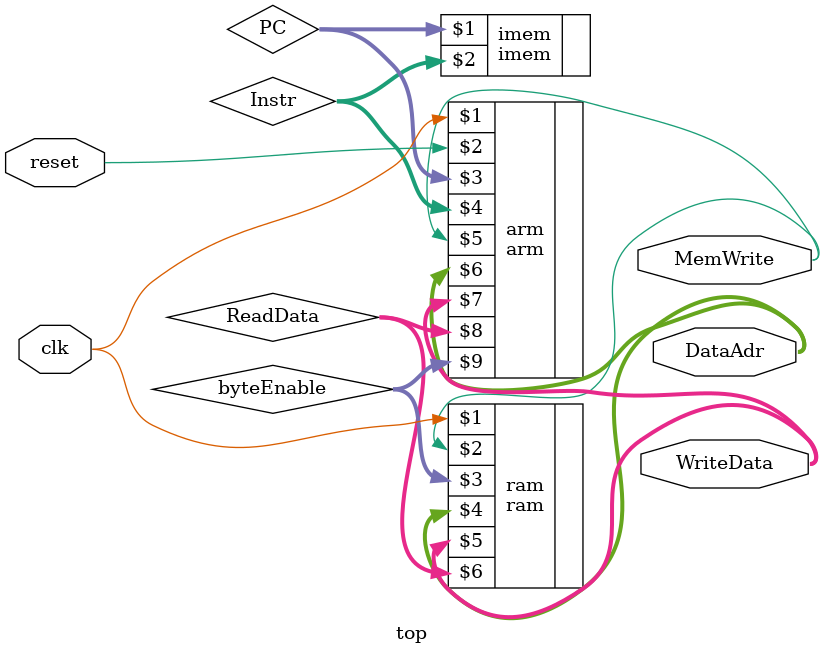
<source format=sv>
module top(
    input  logic clk, reset,
    output logic [31:0] DataAdr,
    output logic [31:0] WriteData,
    output logic MemWrite
    );

    logic [31:0] PC, Instr, ReadData;

    logic [3:0] byteEnable;


    // instantiate processor and memories
    arm  arm (clk, reset, PC, Instr, MemWrite, DataAdr, WriteData, ReadData, byteEnable);
    
    imem imem(PC, Instr); // not merged with RAM due not being able to load programs into RAM and needing tests.
    
    ram ram(clk, MemWrite, byteEnable, DataAdr, WriteData, ReadData);

endmodule

</source>
